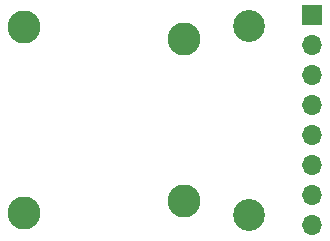
<source format=gbr>
%TF.GenerationSoftware,KiCad,Pcbnew,(5.1.8-0-10_14)*%
%TF.CreationDate,2020-12-30T16:32:28+01:00*%
%TF.ProjectId,Sensor-Board,53656e73-6f72-42d4-926f-6172642e6b69,1*%
%TF.SameCoordinates,Original*%
%TF.FileFunction,Soldermask,Bot*%
%TF.FilePolarity,Negative*%
%FSLAX46Y46*%
G04 Gerber Fmt 4.6, Leading zero omitted, Abs format (unit mm)*
G04 Created by KiCad (PCBNEW (5.1.8-0-10_14)) date 2020-12-30 16:32:28*
%MOMM*%
%LPD*%
G01*
G04 APERTURE LIST*
%ADD10C,2.700000*%
%ADD11O,1.700000X1.700000*%
%ADD12R,1.700000X1.700000*%
%ADD13C,2.800000*%
G04 APERTURE END LIST*
D10*
%TO.C,REF\u002A\u002A*%
X151000000Y-108000000D03*
%TD*%
%TO.C,REF\u002A\u002A*%
X151000000Y-92000000D03*
%TD*%
D11*
%TO.C,J2*%
X156350000Y-108890000D03*
X156350000Y-106350000D03*
X156350000Y-103810000D03*
X156350000Y-101270000D03*
X156350000Y-98730000D03*
X156350000Y-96190000D03*
X156350000Y-93650000D03*
D12*
X156350000Y-91110000D03*
%TD*%
D13*
%TO.C,J1*%
X132000000Y-107850000D03*
X132000000Y-92150000D03*
X145500000Y-106850000D03*
X145500000Y-93150000D03*
%TD*%
M02*

</source>
